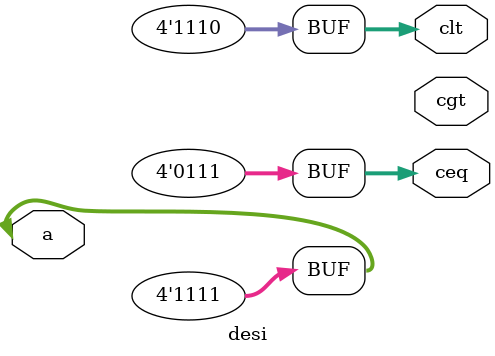
<source format=v>
module desi(
  input [3:0] a,
  output [3:0] ceq,clt,cgt
  //output carry
       );
    
     assign ceq = a>>1;
     assign clt= a<<1;;
     assign a=4'b1111;
     
    
   // assign a=99;
    //assign b=99;
    

   
    initial begin
    $monitor(" a=%b b=%b   %b   ",$realtime,a,ceq,clt);
    end
    
endmodule

</source>
